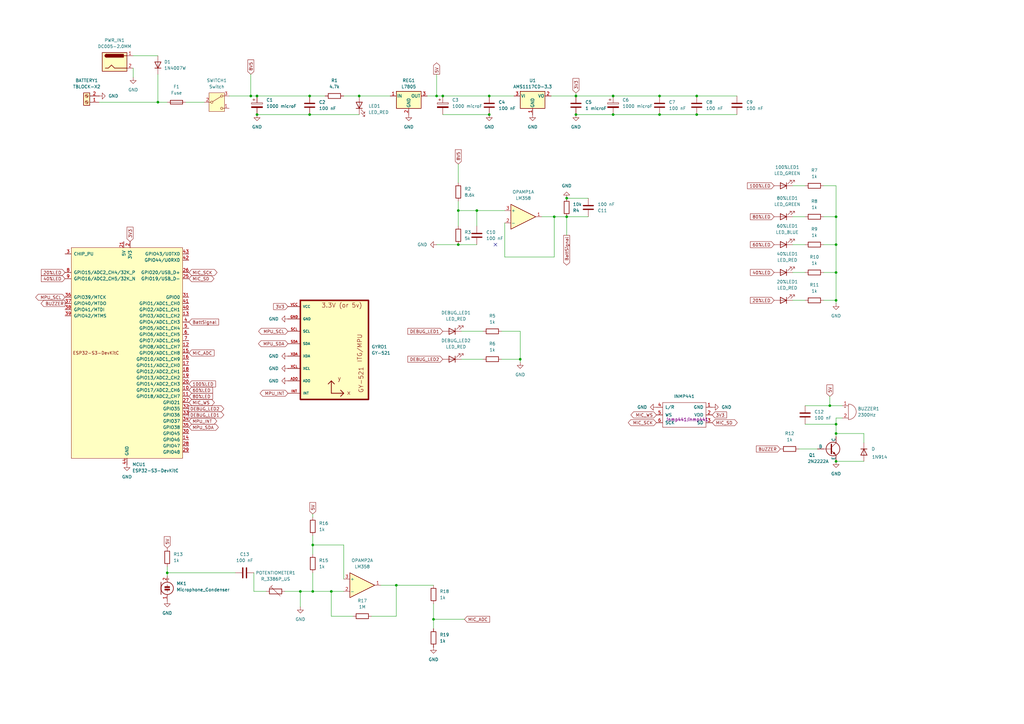
<source format=kicad_sch>
(kicad_sch (version 20231120) (generator "eeschema") (generator_version "8.0")
  (paper "A3")
  (lib_symbols
    (symbol "Amplifier_Operational:LM358" (pin_names (offset 0.127))
      (property "Reference" "U" (at 0 5.08 0))
      (property "Value" "LM358" (at 0 -5.08 0))
      (symbol "LM358_1_1"
        (pin output line (at 7.62 0 180) (length 2.54) (name "~") (number "1"))
        (pin input line (at -7.62 -2.54 0) (length 2.54) (name "-") (number "2"))
        (pin input line (at -7.62 2.54 0) (length 2.54) (name "+") (number "3"))
      )
      (symbol "LM358_2_1"
        (pin input line (at -7.62 2.54 0) (length 2.54) (name "+") (number "5"))
        (pin input line (at -7.62 -2.54 0) (length 2.54) (name "-") (number "6"))
        (pin output line (at 7.62 0 180) (length 2.54) (name "~") (number "7"))
      )
      (symbol "LM358_3_1"
        (pin power_in line (at -2.54 -7.62 90) (length 3.81) (name "V-") (number "4"))
        (pin power_in line (at -2.54 7.62 270) (length 3.81) (name "V+") (number "8"))
      )
    )
    (symbol "Connector:Barrel_Jack" (pin_names (offset 1.016))
      (property "Reference" "J" (at 0 5.334 0))
      (property "Value" "Barrel_Jack" (at 0 -5.08 0))
      (symbol "Barrel_Jack_1_1"
        (pin passive line (at 7.62 2.54 180) (length 2.54) (name "~") (number "1"))
        (pin passive line (at 7.62 -2.54 180) (length 2.54) (name "~") (number "2"))
      )
    )
    (symbol "Connector:Screw_Terminal_01x02" (pin_names (offset 1.016) hide)
      (property "Reference" "J" (at 0 2.54 0))
      (property "Value" "Screw_Terminal_01x02" (at 0 -5.08 0))
      (symbol "Screw_Terminal_01x02_1_1"
        (pin passive line (at -5.08 0 0) (length 3.81) (name "Pin_1") (number "1"))
        (pin passive line (at -5.08 -2.54 0) (length 3.81) (name "Pin_2") (number "2"))
      )
    )
    (symbol "Device:Buzzer" (pin_names (offset 0.0254) hide)
      (property "Reference" "BZ" (at 3.81 1.27 0))
      (property "Value" "Buzzer" (at 3.81 -1.27 0))
      (symbol "Buzzer_1_1"
        (pin passive line (at -2.54 2.54 0) (length 2.54) (name "+") (number "1"))
        (pin passive line (at -2.54 -2.54 0) (length 2.54) (name "-") (number "2"))
      )
    )
    (symbol "Device:C" (pin_numbers hide) (pin_names (offset 0.254))
      (property "Reference" "C" (at 0.635 2.54 0))
      (property "Value" "C" (at 0.635 -2.54 0))
      (symbol "C_1_1"
        (pin passive line (at 0 3.81 270) (length 2.794) (name "~") (number "1"))
        (pin passive line (at 0 -3.81 90) (length 2.794) (name "~") (number "2"))
      )
    )
    (symbol "Device:C_Polarized" (pin_numbers hide) (pin_names (offset 0.254))
      (property "Reference" "C" (at 0.635 2.54 0))
      (property "Value" "C_Polarized" (at 0.635 -2.54 0))
      (symbol "C_Polarized_1_1"
        (pin passive line (at 0 3.81 270) (length 2.794) (name "~") (number "1"))
        (pin passive line (at 0 -3.81 90) (length 2.794) (name "~") (number "2"))
      )
    )
    (symbol "Device:D" (pin_numbers hide) (pin_names (offset 1.016) hide)
      (property "Reference" "D" (at 0 2.54 0))
      (property "Value" "D" (at 0 -2.54 0))
      (symbol "D_1_1"
        (pin passive line (at -3.81 0 0) (length 2.54) (name "K") (number "1"))
        (pin passive line (at 3.81 0 180) (length 2.54) (name "A") (number "2"))
      )
    )
    (symbol "Device:Fuse" (pin_numbers hide) (pin_names (offset 0))
      (property "Reference" "F" (at 2.032 0 90))
      (property "Value" "Fuse" (at -1.905 0 90))
      (symbol "Fuse_1_1"
        (pin passive line (at 0 3.81 270) (length 1.27) (name "~") (number "1"))
        (pin passive line (at 0 -3.81 90) (length 1.27) (name "~") (number "2"))
      )
    )
    (symbol "Device:LED" (pin_numbers hide) (pin_names (offset 1.016) hide)
      (property "Reference" "D" (at 0 2.54 0))
      (property "Value" "LED" (at 0 -2.54 0))
      (symbol "LED_1_1"
        (pin passive line (at -3.81 0 0) (length 2.54) (name "K") (number "1"))
        (pin passive line (at 3.81 0 180) (length 2.54) (name "A") (number "2"))
      )
    )
    (symbol "Device:Microphone_Condenser" (pin_names (offset 0.0254) hide)
      (property "Reference" "MK" (at -3.302 1.27 0))
      (property "Value" "Microphone_Condenser" (at -3.302 -0.635 0))
      (symbol "Microphone_Condenser_1_1"
        (pin passive line (at 0 -5.08 90) (length 2.54) (name "-") (number "1"))
        (pin passive line (at 0 5.08 270) (length 2.54) (name "+") (number "2"))
      )
    )
    (symbol "Device:R" (pin_numbers hide) (pin_names (offset 0))
      (property "Reference" "R" (at 2.032 0 90))
      (property "Value" "R" (at 0 0 90))
      (symbol "R_1_1"
        (pin passive line (at 0 3.81 270) (length 1.27) (name "~") (number "1"))
        (pin passive line (at 0 -3.81 90) (length 1.27) (name "~") (number "2"))
      )
    )
    (symbol "Device:R_Trim" (pin_numbers hide) (pin_names (offset 0))
      (property "Reference" "R" (at 2.54 -2.54 90))
      (property "Value" "R_Trim" (at -2.54 -0.635 90))
      (symbol "R_Trim_1_1"
        (pin passive line (at 0 3.81 270) (length 1.27) (name "~") (number "1"))
        (pin passive line (at 0 -3.81 90) (length 1.27) (name "~") (number "2"))
      )
    )
    (symbol "Espressif:ESP32-S3-DevKitC" (pin_names (offset 1.016))
      (property "Reference" "U" (at -22.86 48.26 0))
      (property "Value" "ESP32-S3-DevKitC" (at -22.86 45.72 0))
      (symbol "ESP32-S3-DevKitC_0_0"
        (text "ESP32-S3-DevKitC" (at -12.7 0 0) (effects (font (size 1.27 1.27))))
        (pin bidirectional line (at 25.4 -35.56 180) (length 2.54) (name "GPIO46") (number "14"))
        (pin bidirectional line (at 25.4 -10.16 180) (length 2.54) (name "GPIO13/ADC2_CH2") (number "19"))
        (pin bidirectional line (at -25.4 15.24 0) (length 2.54) (name "GPIO42/MTMS") (number "39"))
        (pin bidirectional line (at 25.4 17.78 180) (length 2.54) (name "GPIO2/ADC1_CH1") (number "40"))
        (pin bidirectional line (at 25.4 20.32 180) (length 2.54) (name "GPIO1/ADC1_CH0") (number "41"))
        (pin bidirectional line (at 25.4 38.1 180) (length 2.54) (name "GPIO44/U0RXD") (number "42"))
        (pin bidirectional line (at 25.4 40.64 180) (length 2.54) (name "GPIO43/U0TXD") (number "43"))
        (pin power_in line (at 0 -45.72 90) (length 2.54) (name "GND") (number "44"))
      )
      (symbol "ESP32-S3-DevKitC_0_1"
        (pin power_in line (at 1.27 45.72 270) (length 2.54) (name "3V3") (number "2"))
      )
      (symbol "ESP32-S3-DevKitC_1_1"
        (pin passive line (at 1.27 45.72 270) (length 2.54) hide (name "3V3") (number "1"))
        (pin bidirectional line (at 25.4 -15.24 180) (length 2.54) (name "GPIO17/ADC2_CH6") (number "10"))
        (pin bidirectional line (at 25.4 -17.78 180) (length 2.54) (name "GPIO18/ADC2_CH7") (number "11"))
        (pin bidirectional line (at 25.4 2.54 180) (length 2.54) (name "GPIO8/ADC1_CH7") (number "12"))
        (pin bidirectional line (at 25.4 15.24 180) (length 2.54) (name "GPIO3/ADC1_CH2") (number "13"))
        (pin bidirectional line (at 25.4 0 180) (length 2.54) (name "GPIO9/ADC1_CH8") (number "15"))
        (pin bidirectional line (at 25.4 -2.54 180) (length 2.54) (name "GPIO10/ADC1_CH9") (number "16"))
        (pin bidirectional line (at 25.4 -5.08 180) (length 2.54) (name "GPIO11/ADC2_CH0") (number "17"))
        (pin bidirectional line (at 25.4 -7.62 180) (length 2.54) (name "GPIO12/ADC2_CH1") (number "18"))
        (pin bidirectional line (at 25.4 -12.7 180) (length 2.54) (name "GPIO14/ADC2_CH3") (number "20"))
        (pin power_in line (at -1.27 45.72 270) (length 2.54) (name "5V") (number "21"))
        (pin passive line (at 0 -45.72 90) (length 2.54) hide (name "GND") (number "22"))
        (pin passive line (at 0 -45.72 90) (length 2.54) hide (name "GND") (number "23"))
        (pin passive line (at 0 -45.72 90) (length 2.54) hide (name "GND") (number "24"))
        (pin bidirectional line (at 25.4 30.48 180) (length 2.54) (name "GPIO19/USB_D-") (number "25"))
        (pin bidirectional line (at 25.4 33.02 180) (length 2.54) (name "GPIO20/USB_D+") (number "26"))
        (pin bidirectional line (at 25.4 -20.32 180) (length 2.54) (name "GPIO21") (number "27"))
        (pin bidirectional line (at 25.4 -38.1 180) (length 2.54) (name "GPIO47") (number "28"))
        (pin bidirectional line (at 25.4 -40.64 180) (length 2.54) (name "GPIO48") (number "29"))
        (pin input line (at -25.4 40.64 0) (length 2.54) (name "CHIP_PU") (number "3"))
        (pin bidirectional line (at 25.4 -33.02 180) (length 2.54) (name "GPIO45") (number "30"))
        (pin bidirectional line (at 25.4 22.86 180) (length 2.54) (name "GPIO0") (number "31"))
        (pin bidirectional line (at 25.4 -22.86 180) (length 2.54) (name "GPIO35") (number "32"))
        (pin bidirectional line (at 25.4 -25.4 180) (length 2.54) (name "GPIO36") (number "33"))
        (pin bidirectional line (at 25.4 -27.94 180) (length 2.54) (name "GPIO37") (number "34"))
        (pin bidirectional line (at 25.4 -30.48 180) (length 2.54) (name "GPIO38") (number "35"))
        (pin bidirectional line (at -25.4 22.86 0) (length 2.54) (name "GPIO39/MTCK") (number "36"))
        (pin bidirectional line (at -25.4 20.32 0) (length 2.54) (name "GPIO40/MTDO") (number "37"))
        (pin bidirectional line (at -25.4 17.78 0) (length 2.54) (name "GPIO41/MTDI") (number "38"))
        (pin bidirectional line (at 25.4 12.7 180) (length 2.54) (name "GPIO4/ADC1_CH3") (number "4"))
        (pin bidirectional line (at 25.4 10.16 180) (length 2.54) (name "GPIO5/ADC1_CH4") (number "5"))
        (pin bidirectional line (at 25.4 7.62 180) (length 2.54) (name "GPIO6/ADC1_CH5") (number "6"))
        (pin bidirectional line (at 25.4 5.08 180) (length 2.54) (name "GPIO7/ADC1_CH6") (number "7"))
        (pin bidirectional line (at -25.4 33.02 0) (length 2.54) (name "GPIO15/ADC2_CH4/32K_P") (number "8"))
        (pin bidirectional line (at -25.4 30.48 0) (length 2.54) (name "GPIO16/ADC2_CH5/32K_N") (number "9"))
      )
    )
    (symbol "GY-521:GY-521" (pin_names (offset 1.016))
      (property "Reference" "U" (at 0 0 0))
      (property "Value" "GY-521" (at 0 0 0))
      (symbol "GY-521_0_0"
        (text "3.3V (or 5v)" (at -1.524 14.732 0) (effects (font (size 1.778 1.778)) (justify left bottom)))
        (text "GY-521" (at 13.716 -9.398 900) (effects (font (size 1.778 1.778)) (justify right top)))
        (text "ITG/MPU" (at 15.24 -7.62 900) (effects (font (size 1.778 1.778)) (justify left bottom)))
        (text "x" (at 8.89 -21.082 0) (effects (font (size 1.778 1.778)) (justify left bottom)))
        (text "y" (at 5.08 -15.24 0) (effects (font (size 1.778 1.778)) (justify left bottom)))
        (pin bidirectional line (at -15.24 -15.24 0) (length 5.08) (name "ADO") (number "ADO"))
        (pin bidirectional line (at -15.24 10.16 0) (length 5.08) (name "GND") (number "GND"))
        (pin bidirectional line (at -15.24 -20.32 0) (length 5.08) (name "INT") (number "INT"))
        (pin bidirectional line (at -15.24 5.08 0) (length 5.08) (name "SCL") (number "SCL"))
        (pin bidirectional line (at -15.24 0 0) (length 5.08) (name "SDA") (number "SDA"))
        (pin bidirectional line (at -15.24 15.24 0) (length 5.08) (name "VCC") (number "VCC"))
        (pin bidirectional line (at -15.24 -10.16 0) (length 5.08) (name "XCL") (number "XCL"))
        (pin bidirectional line (at -15.24 -5.08 0) (length 5.08) (name "XDA") (number "XDA"))
      )
    )
    (symbol "Regulator_Linear:AMS1117CD-3.3" (pin_names (offset 0.254))
      (property "Reference" "U" (at -3.81 3.175 0))
      (property "Value" "AMS1117CD-3.3" (at 0 3.175 0))
      (symbol "AMS1117CD-3.3_1_1"
        (pin power_in line (at 0 -7.62 90) (length 2.54) (name "GND") (number "1"))
        (pin power_out line (at 7.62 0 180) (length 2.54) (name "VO") (number "2"))
        (pin power_in line (at -7.62 0 0) (length 2.54) (name "VI") (number "3"))
      )
    )
    (symbol "Regulator_Linear:L7805" (pin_names (offset 0.254))
      (property "Reference" "U" (at -3.81 3.175 0))
      (property "Value" "L7805" (at 0 3.175 0))
      (symbol "L7805_1_1"
        (pin power_in line (at -7.62 0 0) (length 2.54) (name "IN") (number "1"))
        (pin power_in line (at 0 -7.62 90) (length 2.54) (name "GND") (number "2"))
        (pin power_out line (at 7.62 0 180) (length 2.54) (name "OUT") (number "3"))
      )
    )
    (symbol "Simulation_SPICE:NPN" (pin_numbers hide) (pin_names (offset 0))
      (property "Reference" "Q" (at -2.54 7.62 0))
      (property "Value" "NPN" (at -2.54 5.08 0))
      (symbol "NPN_1_1"
        (pin open_collector line (at 2.54 5.08 270) (length 2.54) (name "C") (number "1"))
        (pin input line (at -5.08 0 0) (length 2.54) (name "B") (number "2"))
        (pin open_emitter line (at 2.54 -5.08 90) (length 2.54) (name "E") (number "3"))
      )
    )
    (symbol "Switch:SW_Nidec_CAS-120A1" (pin_names (offset 1) hide)
      (property "Reference" "SW" (at 0 4.318 0))
      (property "Value" "SW_Nidec_CAS-120A1" (at 0 -5.08 0))
      (symbol "SW_Nidec_CAS-120A1_1_1"
        (pin passive line (at 5.08 -2.54 180) (length 2.54) (name "C") (number "1"))
        (pin passive line (at -5.08 0 0) (length 2.54) (name "B") (number "2"))
        (pin passive line (at 5.08 2.54 180) (length 2.54) (name "A") (number "3"))
      )
    )
    (symbol "inmp441:INMP441" (pin_names (offset 1.016))
      (property "Reference" "U" (at 0 0 0))
      (property "Value" "INMP441" (at 0 1.905 0))
      (symbol "INMP441_1_1"
        (pin power_out line (at 11.43 4.445 180) (length 2.54) (name "GND") (number "1"))
        (pin power_out line (at 11.43 1.27 180) (length 2.54) (name "VDD") (number "2"))
        (pin bidirectional line (at 11.43 -1.905 180) (length 2.54) (name "SD") (number "3"))
        (pin bidirectional line (at -11.43 4.445 0) (length 2.54) (name "L/R") (number "4"))
        (pin bidirectional line (at -11.43 1.27 0) (length 2.54) (name "WS") (number "5"))
        (pin bidirectional line (at -11.43 -1.905 0) (length 2.54) (name "SCK") (number "6"))
      )
    )
    (symbol "power:GND" (power) (pin_numbers hide) (pin_names (offset 0) hide)
      (property "Value" "GND" (at 0 -3.81 0))
      (symbol "GND_1_1"
        (pin power_in line (at 0 0 270) (length 0) (name "~") (number "1"))
      )
    )
  )
  (junction (at 342.9 100.33))
  (junction (at 232.41 81.28))
  (junction (at 270.51 46.99))
  (junction (at 162.56 240.03))
  (junction (at 342.9 177.8))
  (junction (at 135.89 242.57))
  (junction (at 342.9 189.23))
  (junction (at 342.9 123.19))
  (junction (at 179.07 39.37))
  (junction (at 236.22 46.99))
  (junction (at 227.33 88.9))
  (junction (at 200.66 39.37))
  (junction (at 195.58 86.36))
  (junction (at 187.96 86.36))
  (junction (at 105.41 46.99))
  (junction (at 200.66 46.99))
  (junction (at 127 46.99))
  (junction (at 177.8 254))
  (junction (at 147.32 39.37))
  (junction (at 128.27 223.52))
  (junction (at 342.9 111.76))
  (junction (at 285.75 46.99))
  (junction (at 342.9 88.9))
  (junction (at 342.9 173.99))
  (junction (at 68.58 234.95))
  (junction (at 128.27 242.57))
  (junction (at 64.77 41.91))
  (junction (at 285.75 39.37))
  (junction (at 187.96 100.33))
  (junction (at 213.36 147.32))
  (junction (at 105.41 39.37))
  (junction (at 251.46 46.99))
  (junction (at 123.19 242.57))
  (junction (at 270.51 39.37))
  (junction (at 127 39.37))
  (junction (at 340.36 166.37))
  (junction (at 251.46 39.37))
  (junction (at 181.61 39.37))
  (junction (at 232.41 88.9))
  (junction (at 236.22 39.37))
  (junction (at 102.87 39.37))
  (no_connect (at 203.2 100.33))
  (wire (pts (xy 342.9 123.19) (xy 342.9 124.46)))
  (wire (pts (xy 128.27 242.57) (xy 135.89 242.57)))
  (wire (pts (xy 187.96 82.55) (xy 187.96 86.36)))
  (wire (pts (xy 342.9 189.23) (xy 354.33 189.23)))
  (wire (pts (xy 68.58 234.95) (xy 68.58 236.22)))
  (wire (pts (xy 342.9 177.8) (xy 342.9 179.07)))
  (wire (pts (xy 144.78 252.73) (xy 135.89 252.73)))
  (wire (pts (xy 337.82 100.33) (xy 342.9 100.33)))
  (wire (pts (xy 102.87 39.37) (xy 105.41 39.37)))
  (wire (pts (xy 205.74 135.89) (xy 213.36 135.89)))
  (wire (pts (xy 207.01 91.44) (xy 207.01 105.41)))
  (wire (pts (xy 226.06 39.37) (xy 236.22 39.37)))
  (wire (pts (xy 342.9 173.99) (xy 342.9 177.8)))
  (wire (pts (xy 187.96 67.31) (xy 187.96 74.93)))
  (wire (pts (xy 270.51 39.37) (xy 285.75 39.37)))
  (wire (pts (xy 116.84 242.57) (xy 123.19 242.57)))
  (wire (pts (xy 213.36 135.89) (xy 213.36 147.32)))
  (wire (pts (xy 128.27 223.52) (xy 128.27 227.33)))
  (wire (pts (xy 127 39.37) (xy 133.35 39.37)))
  (wire (pts (xy 179.07 100.33) (xy 187.96 100.33)))
  (wire (pts (xy 195.58 86.36) (xy 207.01 86.36)))
  (wire (pts (xy 325.12 111.76) (xy 330.2 111.76)))
  (wire (pts (xy 342.9 88.9) (xy 342.9 100.33)))
  (wire (pts (xy 195.58 86.36) (xy 187.96 86.36)))
  (wire (pts (xy 105.41 39.37) (xy 127 39.37)))
  (wire (pts (xy 175.26 39.37) (xy 179.07 39.37)))
  (wire (pts (xy 179.07 39.37) (xy 181.61 39.37)))
  (wire (pts (xy 104.14 242.57) (xy 104.14 234.95)))
  (wire (pts (xy 205.74 147.32) (xy 213.36 147.32)))
  (wire (pts (xy 156.21 240.03) (xy 162.56 240.03)))
  (wire (pts (xy 337.82 76.2) (xy 342.9 76.2)))
  (wire (pts (xy 325.12 100.33) (xy 330.2 100.33)))
  (wire (pts (xy 195.58 92.71) (xy 195.58 86.36)))
  (wire (pts (xy 189.23 135.89) (xy 198.12 135.89)))
  (wire (pts (xy 340.36 166.37) (xy 345.44 166.37)))
  (wire (pts (xy 68.58 234.95) (xy 96.52 234.95)))
  (wire (pts (xy 187.96 86.36) (xy 187.96 92.71)))
  (wire (pts (xy 177.8 254) (xy 177.8 257.81)))
  (wire (pts (xy 342.9 111.76) (xy 342.9 123.19)))
  (wire (pts (xy 327.66 184.15) (xy 335.28 184.15)))
  (wire (pts (xy 135.89 242.57) (xy 140.97 242.57)))
  (wire (pts (xy 227.33 88.9) (xy 232.41 88.9)))
  (wire (pts (xy 123.19 248.92) (xy 123.19 242.57)))
  (wire (pts (xy 76.2 41.91) (xy 83.82 41.91)))
  (wire (pts (xy 147.32 39.37) (xy 160.02 39.37)))
  (wire (pts (xy 213.36 147.32) (xy 213.36 148.59)))
  (wire (pts (xy 64.77 30.48) (xy 64.77 41.91)))
  (wire (pts (xy 200.66 39.37) (xy 210.82 39.37)))
  (wire (pts (xy 227.33 105.41) (xy 207.01 105.41)))
  (wire (pts (xy 40.64 41.91) (xy 64.77 41.91)))
  (wire (pts (xy 140.97 237.49) (xy 140.97 223.52)))
  (wire (pts (xy 187.96 100.33) (xy 195.58 100.33)))
  (wire (pts (xy 128.27 219.71) (xy 128.27 223.52)))
  (wire (pts (xy 236.22 38.1) (xy 236.22 39.37)))
  (wire (pts (xy 251.46 39.37) (xy 270.51 39.37)))
  (wire (pts (xy 222.25 88.9) (xy 227.33 88.9)))
  (wire (pts (xy 354.33 177.8) (xy 342.9 177.8)))
  (wire (pts (xy 354.33 181.61) (xy 354.33 177.8)))
  (wire (pts (xy 152.4 252.73) (xy 162.56 252.73)))
  (wire (pts (xy 162.56 252.73) (xy 162.56 240.03)))
  (wire (pts (xy 337.82 123.19) (xy 342.9 123.19)))
  (wire (pts (xy 123.19 242.57) (xy 128.27 242.57)))
  (wire (pts (xy 236.22 39.37) (xy 251.46 39.37)))
  (wire (pts (xy 342.9 173.99) (xy 342.9 171.45)))
  (wire (pts (xy 330.2 166.37) (xy 340.36 166.37)))
  (wire (pts (xy 325.12 76.2) (xy 330.2 76.2)))
  (wire (pts (xy 342.9 76.2) (xy 342.9 88.9)))
  (wire (pts (xy 105.41 46.99) (xy 127 46.99)))
  (wire (pts (xy 236.22 46.99) (xy 251.46 46.99)))
  (wire (pts (xy 181.61 39.37) (xy 200.66 39.37)))
  (wire (pts (xy 93.98 39.37) (xy 102.87 39.37)))
  (wire (pts (xy 179.07 30.48) (xy 179.07 39.37)))
  (wire (pts (xy 64.77 41.91) (xy 68.58 41.91)))
  (wire (pts (xy 342.9 171.45) (xy 345.44 171.45)))
  (wire (pts (xy 54.61 27.94) (xy 54.61 31.75)))
  (wire (pts (xy 337.82 111.76) (xy 342.9 111.76)))
  (wire (pts (xy 270.51 46.99) (xy 285.75 46.99)))
  (wire (pts (xy 177.8 247.65) (xy 177.8 254)))
  (wire (pts (xy 140.97 39.37) (xy 147.32 39.37)))
  (wire (pts (xy 135.89 252.73) (xy 135.89 242.57)))
  (wire (pts (xy 285.75 39.37) (xy 302.26 39.37)))
  (wire (pts (xy 128.27 242.57) (xy 128.27 234.95)))
  (wire (pts (xy 162.56 240.03) (xy 177.8 240.03)))
  (wire (pts (xy 102.87 30.48) (xy 102.87 39.37)))
  (wire (pts (xy 109.22 242.57) (xy 104.14 242.57)))
  (wire (pts (xy 227.33 88.9) (xy 227.33 105.41)))
  (wire (pts (xy 140.97 223.52) (xy 128.27 223.52)))
  (wire (pts (xy 251.46 46.99) (xy 270.51 46.99)))
  (wire (pts (xy 68.58 232.41) (xy 68.58 234.95)))
  (wire (pts (xy 177.8 254) (xy 190.5 254)))
  (wire (pts (xy 340.36 162.56) (xy 340.36 166.37)))
  (wire (pts (xy 325.12 88.9) (xy 330.2 88.9)))
  (wire (pts (xy 54.61 22.86) (xy 64.77 22.86)))
  (wire (pts (xy 232.41 88.9) (xy 241.3 88.9)))
  (wire (pts (xy 232.41 96.52) (xy 232.41 88.9)))
  (wire (pts (xy 337.82 88.9) (xy 342.9 88.9)))
  (wire (pts (xy 285.75 46.99) (xy 302.26 46.99)))
  (wire (pts (xy 128.27 210.82) (xy 128.27 212.09)))
  (wire (pts (xy 325.12 123.19) (xy 330.2 123.19)))
  (wire (pts (xy 127 46.99) (xy 147.32 46.99)))
  (wire (pts (xy 189.23 147.32) (xy 198.12 147.32)))
  (wire (pts (xy 232.41 81.28) (xy 241.3 81.28)))
  (wire (pts (xy 342.9 100.33) (xy 342.9 111.76)))
  (wire (pts (xy 330.2 173.99) (xy 342.9 173.99)))
  (wire (pts (xy 181.61 46.99) (xy 200.66 46.99)))
  (global_label "BattSignal" (shape output) (at 232.41 96.52 270) (property "Intersheetrefs" "${INTERSHEET_REFS}" (effects (hide yes))))
  (global_label "DEBUG_LED1" (shape input) (at 181.61 135.89 180) (property "Intersheetrefs" "${INTERSHEET_REFS}" (effects (hide yes))))
  (global_label "MPU_INT" (shape bidirectional) (at 77.47 172.72 0) (property "Intersheetrefs" "${INTERSHEET_REFS}" (effects (hide yes))))
  (global_label "MPU_INT" (shape bidirectional) (at 118.11 161.29 180) (property "Intersheetrefs" "${INTERSHEET_REFS}" (effects (hide yes))))
  (global_label "5V" (shape output) (at 179.07 30.48 90) (property "Intersheetrefs" "${INTERSHEET_REFS}" (effects (hide yes))))
  (global_label "DEBUG_LED2" (shape input) (at 181.61 147.32 180) (property "Intersheetrefs" "${INTERSHEET_REFS}" (effects (hide yes))))
  (global_label "3V3" (shape input) (at 292.1 170.18 0) (property "Intersheetrefs" "${INTERSHEET_REFS}" (effects (hide yes))))
  (global_label "80%LED" (shape input) (at 317.5 88.9 180) (property "Intersheetrefs" "${INTERSHEET_REFS}" (effects (hide yes))))
  (global_label "3V3" (shape input) (at 118.11 125.73 180) (property "Intersheetrefs" "${INTERSHEET_REFS}" (effects (hide yes))))
  (global_label "BUZZER" (shape output) (at 26.67 124.46 180) (property "Intersheetrefs" "${INTERSHEET_REFS}" (effects (hide yes))))
  (global_label "60%LED" (shape input) (at 317.5 100.33 180) (property "Intersheetrefs" "${INTERSHEET_REFS}" (effects (hide yes))))
  (global_label "5V" (shape input) (at 340.36 162.56 90) (property "Intersheetrefs" "${INTERSHEET_REFS}" (effects (hide yes))))
  (global_label "20%LED" (shape input) (at 26.67 111.76 180) (property "Intersheetrefs" "${INTERSHEET_REFS}" (effects (hide yes))))
  (global_label "MIC_SD" (shape bidirectional) (at 292.1 173.355 0) (property "Intersheetrefs" "${INTERSHEET_REFS}" (effects (hide yes))))
  (global_label "8V5" (shape input) (at 102.87 30.48 90) (property "Intersheetrefs" "${INTERSHEET_REFS}" (effects (hide yes))))
  (global_label "100%LED" (shape input) (at 317.5 76.2 180) (property "Intersheetrefs" "${INTERSHEET_REFS}" (effects (hide yes))))
  (global_label "MPU_SCL" (shape bidirectional) (at 118.11 135.89 180) (property "Intersheetrefs" "${INTERSHEET_REFS}" (effects (hide yes))))
  (global_label "DEBUG_LED2" (shape output) (at 77.47 167.64 0) (property "Intersheetrefs" "${INTERSHEET_REFS}" (effects (hide yes))))
  (global_label "MIC_SCK" (shape bidirectional) (at 77.47 111.76 0) (property "Intersheetrefs" "${INTERSHEET_REFS}" (effects (hide yes))))
  (global_label "5V" (shape input) (at 68.58 224.79 90) (property "Intersheetrefs" "${INTERSHEET_REFS}" (effects (hide yes))))
  (global_label "5V" (shape input) (at 128.27 210.82 90) (property "Intersheetrefs" "${INTERSHEET_REFS}" (effects (hide yes))))
  (global_label "40%LED" (shape input) (at 26.67 114.3 180) (property "Intersheetrefs" "${INTERSHEET_REFS}" (effects (hide yes))))
  (global_label "MPU_SDA" (shape bidirectional) (at 118.11 140.97 180) (property "Intersheetrefs" "${INTERSHEET_REFS}" (effects (hide yes))))
  (global_label "8V5" (shape input) (at 187.96 67.31 90) (property "Intersheetrefs" "${INTERSHEET_REFS}" (effects (hide yes))))
  (global_label "BattSignal" (shape input) (at 77.47 132.08 0) (property "Intersheetrefs" "${INTERSHEET_REFS}" (effects (hide yes))))
  (global_label "MIC_ADC" (shape input) (at 77.47 144.78 0) (property "Intersheetrefs" "${INTERSHEET_REFS}" (effects (hide yes))))
  (global_label "40%LED" (shape input) (at 317.5 111.76 180) (property "Intersheetrefs" "${INTERSHEET_REFS}" (effects (hide yes))))
  (global_label "MIC_SD" (shape bidirectional) (at 77.47 114.3 0) (property "Intersheetrefs" "${INTERSHEET_REFS}" (effects (hide yes))))
  (global_label "20%LED" (shape input) (at 317.5 123.19 180) (property "Intersheetrefs" "${INTERSHEET_REFS}" (effects (hide yes))))
  (global_label "MPU_SDA" (shape bidirectional) (at 77.47 175.26 0) (property "Intersheetrefs" "${INTERSHEET_REFS}" (effects (hide yes))))
  (global_label "100%LED" (shape input) (at 77.47 157.48 0) (property "Intersheetrefs" "${INTERSHEET_REFS}" (effects (hide yes))))
  (global_label "MIC_SCK" (shape bidirectional) (at 269.24 173.355 180) (property "Intersheetrefs" "${INTERSHEET_REFS}" (effects (hide yes))))
  (global_label "MIC_WS" (shape bidirectional) (at 269.24 170.18 180) (property "Intersheetrefs" "${INTERSHEET_REFS}" (effects (hide yes))))
  (global_label "MIC_ADC" (shape input) (at 190.5 254 0) (property "Intersheetrefs" "${INTERSHEET_REFS}" (effects (hide yes))))
  (global_label "3V3" (shape input) (at 53.34 99.06 90) (property "Intersheetrefs" "${INTERSHEET_REFS}" (effects (hide yes))))
  (global_label "60%LED" (shape input) (at 77.47 160.02 0) (property "Intersheetrefs" "${INTERSHEET_REFS}" (effects (hide yes))))
  (global_label "MPU_SCL" (shape bidirectional) (at 26.67 121.92 180) (property "Intersheetrefs" "${INTERSHEET_REFS}" (effects (hide yes))))
  (global_label "80%LED" (shape input) (at 77.47 162.56 0) (property "Intersheetrefs" "${INTERSHEET_REFS}" (effects (hide yes))))
  (global_label "DEBUG_LED1" (shape output) (at 77.47 170.18 0) (property "Intersheetrefs" "${INTERSHEET_REFS}" (effects (hide yes))))
  (global_label "3V3" (shape input) (at 236.22 38.1 90) (property "Intersheetrefs" "${INTERSHEET_REFS}" (effects (hide yes))))
  (global_label "BUZZER" (shape input) (at 320.04 184.15 180) (property "Intersheetrefs" "${INTERSHEET_REFS}" (effects (hide yes))))
  (global_label "MIC_WS" (shape bidirectional) (at 77.47 165.1 0) (property "Intersheetrefs" "${INTERSHEET_REFS}" (effects (hide yes))))
  (symbol (lib_id "power:GND") (at 118.11 130.81 270) (unit 1)
    (property "Reference" "#PWR07" (effects (hide yes)))
    (property "Value" "GND" (at 114.3 130.8099 90) (effects (justify right)))
    (property "Description" "Power symbol creates a global label with name \"GND\" , ground" (effects (hide yes)))
  )
  (symbol (lib_id "Device:D") (at 64.77 26.67 90) (unit 1)
    (property "Reference" "D1" (at 67.31 25.3999 90) (effects (justify right)))
    (property "Value" "1N4007W" (at 67.31 27.9399 90) (effects (justify right)))
    (property "Footprint" "Diode_SMD:D_1206_3216Metric_Pad1.42x1.75mm_HandSolder" (effects (hide yes)))
    (property "Description" "Diode" (effects (hide yes)))
    (property "Sim.Device" "D" (effects (hide yes)))
    (property "Sim.Pins" "1=K 2=A" (effects (hide yes)))
  )
  (symbol (lib_id "Device:R") (at 201.93 147.32 90) (unit 1)
    (property "Reference" "R6" (at 201.93 140.97 90))
    (property "Value" "1k" (at 201.93 143.51 90))
    (property "Footprint" "Resistor_THT:R_Axial_DIN0204_L3.6mm_D1.6mm_P7.62mm_Horizontal" (effects (hide yes)))
    (property "Description" "Resistor" (effects (hide yes)))
  )
  (symbol (lib_id "Device:C") (at 330.2 170.18 0) (unit 1)
    (property "Reference" "C12" (at 334.01 168.9099 0) (effects (justify left)))
    (property "Value" "100 nF" (at 334.01 171.4499 0) (effects (justify left)))
    (property "Footprint" "Capacitor_THT:C_Axial_L3.8mm_D2.6mm_P7.50mm_Horizontal" (effects (hide yes)))
    (property "Description" "Unpolarized capacitor" (effects (hide yes)))
  )
  (symbol (lib_id "Connector:Barrel_Jack") (at 46.99 25.4 0) (unit 1)
    (property "Reference" "PWR_IN1" (at 46.99 16.51 0))
    (property "Value" "DC005-2.0MM" (at 46.99 19.05 0))
    (property "Footprint" "Connector_BarrelJack:BarrelJack_Horizontal" (effects (hide yes)))
    (property "Description" "DC Barrel Jack" (effects (hide yes)))
  )
  (symbol (lib_id "Device:C") (at 127 43.18 0) (unit 1)
    (property "Reference" "C2" (at 130.81 41.9099 0) (effects (justify left)))
    (property "Value" "100 nF" (at 130.81 44.4499 0) (effects (justify left)))
    (property "Footprint" "Capacitor_THT:C_Axial_L3.8mm_D2.6mm_P7.50mm_Horizontal" (effects (hide yes)))
    (property "Description" "Unpolarized capacitor" (effects (hide yes)))
  )
  (symbol (lib_id "power:GND") (at 218.44 46.99 0) (unit 1)
    (property "Reference" "#PWR02" (effects (hide yes)))
    (property "Value" "GND" (at 218.44 52.07 0))
    (property "Description" "Power symbol creates a global label with name \"GND\" , ground" (effects (hide yes)))
  )
  (symbol (lib_id "Device:R") (at 128.27 215.9 180) (unit 1)
    (property "Reference" "R16" (at 130.81 214.6299 0) (effects (justify right)))
    (property "Value" "1k" (at 130.81 217.1699 0) (effects (justify right)))
    (property "Footprint" "Resistor_THT:R_Axial_DIN0204_L3.6mm_D1.6mm_P7.62mm_Horizontal" (effects (hide yes)))
    (property "Description" "Resistor" (effects (hide yes)))
  )
  (symbol (lib_id "Simulation_SPICE:NPN") (at 340.36 184.15 0) (unit 1)
    (property "Reference" "Q1" (at 331.724 186.69 0) (effects (justify left)))
    (property "Value" "2N2222A" (at 331.216 189.23 0) (effects (justify left)))
    (property "Footprint" "Package_TO_SOT_THT:TO-92" (effects (hide yes)))
    (property "Datasheet" "https://ngspice.sourceforge.io/docs/ngspice-html-manual/manual.xhtml#cha_BJTs" (effects (hide yes)))
    (property "Description" "Bipolar transistor symbol for simulation only, substrate tied to the emitter" (effects (hide yes)))
    (property "Sim.Device" "NPN" (effects (hide yes)))
    (property "Sim.Type" "GUMMELPOON" (effects (hide yes)))
    (property "Sim.Pins" "1=C 2=B 3=E" (effects (hide yes)))
  )
  (symbol (lib_id "Device:LED") (at 185.42 147.32 180) (unit 1)
    (property "Reference" "DEBUG_LED2" (at 187.0075 139.7 0))
    (property "Value" "LED_RED" (at 187.0075 142.24 0))
    (property "Footprint" "LED_THT:LED_D3.0mm" (effects (hide yes)))
    (property "Description" "Light emitting diode" (effects (hide yes)))
  )
  (symbol (lib_id "Device:LED") (at 147.32 43.18 90) (unit 1)
    (property "Reference" "LED1" (at 151.13 43.4974 90) (effects (justify right)))
    (property "Value" "LED_RED" (at 151.13 46.0374 90) (effects (justify right)))
    (property "Footprint" "LED_THT:LED_D3.0mm" (effects (hide yes)))
    (property "Description" "Light emitting diode" (effects (hide yes)))
  )
  (symbol (lib_id "power:GND") (at 213.36 148.59 0) (unit 1)
    (property "Reference" "#PWR017" (effects (hide yes)))
    (property "Value" "GND" (at 213.36 153.67 0))
    (property "Description" "Power symbol creates a global label with name \"GND\" , ground" (effects (hide yes)))
  )
  (symbol (lib_id "power:GND") (at 123.19 248.92 0) (unit 1)
    (property "Reference" "#PWR021" (effects (hide yes)))
    (property "Value" "GND" (at 123.19 254 0))
    (property "Description" "Power symbol creates a global label with name \"GND\" , ground" (effects (hide yes)))
  )
  (symbol (lib_id "Device:C") (at 200.66 43.18 0) (unit 1)
    (property "Reference" "C4" (at 204.47 41.9099 0) (effects (justify left)))
    (property "Value" "100 nF" (at 204.47 44.4499 0) (effects (justify left)))
    (property "Footprint" "Capacitor_THT:C_Axial_L3.8mm_D2.6mm_P7.50mm_Horizontal" (effects (hide yes)))
    (property "Description" "Unpolarized capacitor" (effects (hide yes)))
  )
  (symbol (lib_id "Device:R") (at 232.41 85.09 0) (mirror y) (unit 1)
    (property "Reference" "R4" (at 234.95 86.3601 0) (effects (justify right)))
    (property "Value" "10k" (at 234.95 83.8201 0) (effects (justify right)))
    (property "Footprint" "Resistor_THT:R_Axial_DIN0207_L6.3mm_D2.5mm_P7.62mm_Horizontal" (effects (hide yes)))
    (property "Description" "Resistor" (effects (hide yes)))
  )
  (symbol (lib_id "power:GND") (at 118.11 156.21 270) (unit 1)
    (property "Reference" "#PWR04" (effects (hide yes)))
    (property "Value" "GND" (at 114.3 156.2099 90) (effects (justify right)))
    (property "Description" "Power symbol creates a global label with name \"GND\" , ground" (effects (hide yes)))
  )
  (symbol (lib_id "power:GND") (at 54.61 31.75 0) (unit 1)
    (property "Reference" "#PWR01" (effects (hide yes)))
    (property "Value" "GND" (at 54.61 36.83 0))
    (property "Description" "Power symbol creates a global label with name \"GND\" , ground" (effects (hide yes)))
  )
  (symbol (lib_id "Device:R") (at 148.59 252.73 270) (unit 1)
    (property "Reference" "R17" (at 148.59 246.38 90))
    (property "Value" "1M" (at 148.59 248.92 90))
    (property "Footprint" "Resistor_THT:R_Axial_DIN0204_L3.6mm_D1.6mm_P7.62mm_Horizontal" (effects (hide yes)))
    (property "Description" "Resistor" (effects (hide yes)))
  )
  (symbol (lib_id "Device:R") (at 187.96 96.52 180) (unit 1)
    (property "Reference" "R3" (at 190.5 95.2499 0) (effects (justify right)))
    (property "Value" "5k" (at 190.5 97.7899 0) (effects (justify right)))
    (property "Footprint" "Resistor_THT:R_Axial_DIN0207_L6.3mm_D2.5mm_P7.62mm_Horizontal" (effects (hide yes)))
    (property "Description" "Resistor" (effects (hide yes)))
  )
  (symbol (lib_id "Device:R") (at 334.01 88.9 90) (unit 1)
    (property "Reference" "R8" (at 334.01 82.55 90))
    (property "Value" "1k" (at 334.01 85.09 90))
    (property "Footprint" "Resistor_THT:R_Axial_DIN0207_L6.3mm_D2.5mm_P7.62mm_Horizontal" (effects (hide yes)))
    (property "Description" "Resistor" (effects (hide yes)))
  )
  (symbol (lib_id "Device:R") (at 334.01 123.19 90) (unit 1)
    (property "Reference" "R11" (at 334.01 116.84 90))
    (property "Value" "1k" (at 334.01 119.38 90))
    (property "Footprint" "Resistor_THT:R_Axial_DIN0204_L3.6mm_D1.6mm_P7.62mm_Horizontal" (effects (hide yes)))
    (property "Description" "Resistor" (effects (hide yes)))
  )
  (symbol (lib_id "Device:R_Trim") (at 113.03 242.57 90) (unit 1)
    (property "Reference" "POTENTIOMETER1" (at 113.03 234.95 90))
    (property "Value" "R_3386P_US" (at 113.03 237.49 90))
    (property "Footprint" "Potentiometer_THT:Potentiometer_Bourns_3386P_Vertical" (effects (hide yes)))
    (property "Description" "Trimmable resistor (preset resistor)" (effects (hide yes)))
  )
  (symbol (lib_id "Device:LED") (at 321.31 76.2 180) (unit 1)
    (property "Reference" "100%LED1" (at 322.8975 68.58 0))
    (property "Value" "LED_GREEN" (at 322.8975 71.12 0))
    (property "Footprint" "LED_THT:LED_D3.0mm_Clear" (effects (hide yes)))
    (property "Description" "Light emitting diode" (effects (hide yes)))
  )
  (symbol (lib_id "power:GND") (at 105.41 46.99 0) (unit 1)
    (property "Reference" "#PWR011" (effects (hide yes)))
    (property "Value" "GND" (at 105.41 52.07 0))
    (property "Description" "Power symbol creates a global label with name \"GND\" , ground" (effects (hide yes)))
  )
  (symbol (lib_id "Switch:SW_Nidec_CAS-120A1") (at 88.9 41.91 0) (unit 1)
    (property "Reference" "SWITCH1" (at 88.9 33.02 0))
    (property "Value" "Switch" (at 88.9 35.56 0))
    (property "Footprint" "Button_Switch_THT:SW_Slide_SPDT_Straight_CK_OS102011MS2Q" (effects (hide yes)))
    (property "Datasheet" "https://www.nidec-components.com/e/catalog/switch/cas.pdf" (effects (hide yes)))
    (property "Description" "Switch, single pole double throw" (effects (hide yes)))
  )
  (symbol (lib_id "Device:LED") (at 185.42 135.89 180) (unit 1)
    (property "Reference" "DEBUG_LED1" (at 187.0075 128.27 0))
    (property "Value" "LED_RED" (at 187.0075 130.81 0))
    (property "Footprint" "LED_THT:LED_D3.0mm" (effects (hide yes)))
    (property "Description" "Light emitting diode" (effects (hide yes)))
  )
  (symbol (lib_id "power:GND") (at 342.9 189.23 0) (unit 1)
    (property "Reference" "#PWR019" (effects (hide yes)))
    (property "Value" "GND" (at 342.9 194.31 0))
    (property "Description" "Power symbol creates a global label with name \"GND\" , ground" (effects (hide yes)))
  )
  (symbol (lib_id "Device:LED") (at 321.31 100.33 180) (unit 1)
    (property "Reference" "60%LED1" (at 322.8975 92.71 0))
    (property "Value" "LED_BLUE" (at 322.8975 95.25 0))
    (property "Footprint" "LED_THT:LED_D3.0mm_Clear" (effects (hide yes)))
    (property "Description" "Light emitting diode" (effects (hide yes)))
  )
  (symbol (lib_id "Device:C") (at 236.22 43.18 0) (unit 1)
    (property "Reference" "C5" (at 240.03 41.9099 0) (effects (justify left)))
    (property "Value" "1 microF" (at 240.03 44.4499 0) (effects (justify left)))
    (property "Footprint" "Capacitor_THT:C_Axial_L3.8mm_D2.6mm_P7.50mm_Horizontal" (effects (hide yes)))
    (property "Description" "Unpolarized capacitor" (effects (hide yes)))
  )
  (symbol (lib_id "Device:R") (at 177.8 243.84 180) (unit 1)
    (property "Reference" "R18" (at 180.34 242.5699 0) (effects (justify right)))
    (property "Value" "1k" (at 180.34 245.1099 0) (effects (justify right)))
    (property "Footprint" "Resistor_THT:R_Axial_DIN0204_L3.6mm_D1.6mm_P7.62mm_Horizontal" (effects (hide yes)))
    (property "Description" "Resistor" (effects (hide yes)))
  )
  (symbol (lib_id "Device:R") (at 128.27 231.14 180) (unit 1)
    (property "Reference" "R15" (at 130.81 229.8699 0) (effects (justify right)))
    (property "Value" "1k" (at 130.81 232.4099 0) (effects (justify right)))
    (property "Footprint" "Resistor_THT:R_Axial_DIN0204_L3.6mm_D1.6mm_P7.62mm_Horizontal" (effects (hide yes)))
    (property "Description" "Resistor" (effects (hide yes)))
  )
  (symbol (lib_id "Device:R") (at 68.58 228.6 180) (unit 1)
    (property "Reference" "R13" (at 71.12 227.3299 0) (effects (justify right)))
    (property "Value" "1k" (at 71.12 229.8699 0) (effects (justify right)))
    (property "Footprint" "Resistor_THT:R_Axial_DIN0204_L3.6mm_D1.6mm_P7.62mm_Horizontal" (effects (hide yes)))
    (property "Description" "Resistor" (effects (hide yes)))
  )
  (symbol (lib_id "Connector:Screw_Terminal_01x02") (at 35.56 41.91 180) (unit 1)
    (property "Reference" "BATTERY1" (at 35.56 33.02 0))
    (property "Value" "TBLOCK-X2" (at 35.56 35.56 0))
    (property "Footprint" "TerminalBlock:TerminalBlock_bornier-2_P5.08mm" (effects (hide yes)))
    (property "Description" "Generic screw terminal, single row, 01x02, script generated (kicad-library-utils/schlib/autogen/connector/)" (effects (hide yes)))
  )
  (symbol (lib_id "power:GND") (at 52.07 190.5 0) (unit 1)
    (property "Reference" "#PWR03" (effects (hide yes)))
    (property "Value" "GND" (at 52.07 195.58 0))
    (property "Description" "Power symbol creates a global label with name \"GND\" , ground" (effects (hide yes)))
  )
  (symbol (lib_id "Device:C_Polarized") (at 181.61 43.18 0) (unit 1)
    (property "Reference" "C3" (at 185.42 41.0209 0) (effects (justify left)))
    (property "Value" "1000 microF" (at 185.42 43.5609 0) (effects (justify left)))
    (property "Footprint" "Capacitor_THT:CP_Axial_L10.0mm_D4.5mm_P15.00mm_Horizontal" (effects (hide yes)))
    (property "Description" "Polarized capacitor" (effects (hide yes)))
  )
  (symbol (lib_id "Device:R") (at 177.8 261.62 180) (unit 1)
    (property "Reference" "R19" (at 180.34 260.3499 0) (effects (justify right)))
    (property "Value" "1k" (at 180.34 262.8899 0) (effects (justify right)))
    (property "Footprint" "Resistor_THT:R_Axial_DIN0204_L3.6mm_D1.6mm_P7.62mm_Horizontal" (effects (hide yes)))
    (property "Description" "Resistor" (effects (hide yes)))
  )
  (symbol (lib_id "power:GND") (at 118.11 151.13 270) (unit 1)
    (property "Reference" "#PWR05" (effects (hide yes)))
    (property "Value" "GND" (at 114.3 151.1299 90) (effects (justify right)))
    (property "Description" "Power symbol creates a global label with name \"GND\" , ground" (effects (hide yes)))
  )
  (symbol (lib_id "Device:R") (at 334.01 100.33 90) (unit 1)
    (property "Reference" "R9" (at 334.01 93.98 90))
    (property "Value" "1k" (at 334.01 96.52 90))
    (property "Footprint" "Resistor_THT:R_Axial_DIN0207_L6.3mm_D2.5mm_P7.62mm_Horizontal" (effects (hide yes)))
    (property "Description" "Resistor" (effects (hide yes)))
  )
  (symbol (lib_id "Device:D") (at 354.33 185.42 270) (unit 1)
    (property "Reference" "1N914" (at 363.982 187.452 90) (effects (justify right)))
    (property "Value" "D" (at 358.902 184.15 90) (effects (justify right)))
    (property "Footprint" "Diode_THT:D_5KPW_P12.70mm_Horizontal" (effects (hide yes)))
    (property "Description" "Diode" (effects (hide yes)))
    (property "Sim.Device" "D" (effects (hide yes)))
    (property "Sim.Pins" "1=K 2=A" (effects (hide yes)))
  )
  (symbol (lib_id "Device:LED") (at 321.31 111.76 180) (unit 1)
    (property "Reference" "40%LED1" (at 322.8975 104.14 0))
    (property "Value" "LED_RED" (at 322.8975 106.68 0))
    (property "Footprint" "LED_THT:LED_D3.0mm_Clear" (effects (hide yes)))
    (property "Description" "Light emitting diode" (effects (hide yes)))
  )
  (symbol (lib_id "power:GND") (at 177.8 265.43 0) (unit 1)
    (property "Reference" "#PWR022" (effects (hide yes)))
    (property "Value" "GND" (at 177.8 270.51 0))
    (property "Description" "Power symbol creates a global label with name \"GND\" , ground" (effects (hide yes)))
  )
  (symbol (lib_id "Regulator_Linear:L7805") (at 167.64 39.37 0) (unit 1)
    (property "Reference" "REG1" (at 167.64 33.02 0))
    (property "Value" "L7805" (at 167.64 35.56 0))
    (property "Footprint" "L7805:TO255P1020X450X2000-3" (effects (hide yes)))
    (property "Datasheet" "http://www.st.com/content/ccc/resource/technical/document/datasheet/41/4f/b3/b0/12/d4/47/88/CD00000444.pdf/files/CD00000444.pdf/jcr:content/translations/en.CD00000444.pdf" (effects (hide yes)))
    (property "Description" "Positive 1.5A 35V Linear Regulator, Fixed Output 5V, TO-220/TO-263/TO-252" (effects (hide yes)))
  )
  (symbol (lib_id "power:GND") (at 232.41 81.28 0) (mirror x) (unit 1)
    (property "Reference" "#PWR016" (effects (hide yes)))
    (property "Value" "GND" (at 232.41 76.2 0))
    (property "Description" "Power symbol creates a global label with name \"GND\" , ground" (effects (hide yes)))
  )
  (symbol (lib_id "power:GND") (at 269.24 167.005 270) (unit 1)
    (property "Reference" "#PWR08" (effects (hide yes)))
    (property "Value" "GND" (at 265.43 167.0049 90) (effects (justify right)))
    (property "Description" "Power symbol creates a global label with name \"GND\" , ground" (effects (hide yes)))
  )
  (symbol (lib_id "Device:C_Polarized") (at 251.46 43.18 0) (unit 1)
    (property "Reference" "C6" (at 255.27 41.0209 0) (effects (justify left)))
    (property "Value" "1000 microF" (at 255.27 43.5609 0) (effects (justify left)))
    (property "Footprint" "Capacitor_THT:CP_Axial_L10.0mm_D4.5mm_P15.00mm_Horizontal" (effects (hide yes)))
    (property "Description" "Polarized capacitor" (effects (hide yes)))
  )
  (symbol (lib_id "Amplifier_Operational:LM358") (at 214.63 88.9 0) (unit 1)
    (property "Reference" "OPAMP1" (at 214.63 78.74 0))
    (property "Value" "LM358" (at 214.63 81.28 0))
    (property "Footprint" "LM358:DIL08" (effects (hide yes)))
    (property "Datasheet" "http://www.ti.com/lit/ds/symlink/lm2904-n.pdf" (effects (hide yes)))
    (property "Description" "Low-Power, Dual Operational Amplifiers, DIP-8/SOIC-8/TO-99-8" (effects (hide yes)))
  )
  (symbol (lib_id "GY-521:GY-521") (at 133.35 140.97 0) (unit 1)
    (property "Reference" "GYRO1" (at 152.4 142.2399 0) (effects (justify left)))
    (property "Value" "GY-521" (at 152.4 144.7799 0) (effects (justify left)))
    (property "Footprint" "GY-521:GY-521" (effects (hide yes)))
    (property "MF" "GODREAM FORDREAM CO., LIMITED" (effects (hide yes)))
    (property "Description_1" "\nTriple Axis Accelerometer Gyro Breakout\n" (effects (hide yes)))
    (property "Package" "Package" (effects (hide yes)))
    (property "Price" "None" (effects (hide yes)))
    (property "SnapEDA_Link" "https://www.snapeda.com/parts/GY-521/GODREAM+FORDREAM+CO.%252C+LIMITED/view-part/?ref=snap" (effects (hide yes)))
    (property "MP" "GY-521" (effects (hide yes)))
    (property "Availability" "Not in stock" (effects (hide yes)))
    (property "Check_prices" "https://www.snapeda.com/parts/GY-521/GODREAM+FORDREAM+CO.%252C+LIMITED/view-part/?ref=eda" (effects (hide yes)))
  )
  (symbol (lib_id "Device:LED") (at 321.31 88.9 180) (unit 1)
    (property "Reference" "80%LED1" (at 322.8975 81.28 0))
    (property "Value" "LED_GREEN" (at 322.8975 83.82 0))
    (property "Footprint" "LED_THT:LED_D3.0mm_Clear" (effects (hide yes)))
    (property "Description" "Light emitting diode" (effects (hide yes)))
  )
  (symbol (lib_id "Espressif:ESP32-S3-DevKitC") (at 52.07 144.78 0) (unit 1)
    (property "Reference" "MCU1" (at 54.2641 190.5 0) (effects (justify left)))
    (property "Value" "ESP32-S3-DevKitC" (at 54.2641 193.04 0) (effects (justify left)))
    (property "Footprint" "Espressif:ESP32-S3-DevKitC" (effects (hide yes)))
    (property "Description" "ESP32-S3-DevKitC" (effects (hide yes)))
  )
  (symbol (lib_id "Device:R") (at 334.01 111.76 90) (unit 1)
    (property "Reference" "R10" (at 334.01 105.41 90))
    (property "Value" "1k" (at 334.01 107.95 90))
    (property "Footprint" "Resistor_THT:R_Axial_DIN0204_L3.6mm_D1.6mm_P7.62mm_Horizontal" (effects (hide yes)))
    (property "Description" "Resistor" (effects (hide yes)))
  )
  (symbol (lib_id "power:GND") (at 68.58 246.38 0) (unit 1)
    (property "Reference" "#PWR020" (effects (hide yes)))
    (property "Value" "GND" (at 68.58 251.46 0))
    (property "Description" "Power symbol creates a global label with name \"GND\" , ground" (effects (hide yes)))
  )
  (symbol (lib_id "Device:Buzzer") (at 347.98 168.91 0) (unit 1)
    (property "Reference" "BUZZER1" (at 351.79 167.6399 0) (effects (justify left)))
    (property "Value" "2300Hz" (at 351.79 170.1799 0) (effects (justify left)))
    (property "Footprint" "Buzzer_Beeper:Buzzer_12x9.5RM7.6" (effects (hide yes)))
    (property "Description" "Buzzer, polarized" (effects (hide yes)))
  )
  (symbol (lib_id "Device:C") (at 241.3 85.09 0) (mirror x) (unit 1)
    (property "Reference" "C11" (at 245.11 86.3601 0) (effects (justify left)))
    (property "Value" "100 nF" (at 245.11 83.8201 0) (effects (justify left)))
    (property "Footprint" "Capacitor_THT:C_Axial_L3.8mm_D2.6mm_P7.50mm_Horizontal" (effects (hide yes)))
    (property "Description" "Unpolarized capacitor" (effects (hide yes)))
  )
  (symbol (lib_id "power:GND") (at 200.66 46.99 0) (unit 1)
    (property "Reference" "#PWR013" (effects (hide yes)))
    (property "Value" "GND" (at 200.66 52.07 0))
    (property "Description" "Power symbol creates a global label with name \"GND\" , ground" (effects (hide yes)))
  )
  (symbol (lib_id "power:GND") (at 167.64 46.99 0) (unit 1)
    (property "Reference" "#PWR012" (effects (hide yes)))
    (property "Value" "GND" (at 167.64 52.07 0))
    (property "Description" "Power symbol creates a global label with name \"GND\" , ground" (effects (hide yes)))
  )
  (symbol (lib_id "Device:Microphone_Condenser") (at 68.58 241.3 0) (unit 1)
    (property "Reference" "MK1" (at 72.39 239.3314 0) (effects (justify left)))
    (property "Value" "Microphone_Condenser" (at 72.39 241.8714 0) (effects (justify left)))
    (property "Footprint" "Sensor_Audio:POM-2244P-C3310-2-R" (effects (hide yes)))
    (property "Description" "Condenser microphone" (effects (hide yes)))
  )
  (symbol (lib_id "Device:LED") (at 321.31 123.19 180) (unit 1)
    (property "Reference" "20%LED1" (at 322.8975 115.57 0))
    (property "Value" "LED_RED" (at 322.8975 118.11 0))
    (property "Footprint" "LED_THT:LED_D3.0mm_Clear" (effects (hide yes)))
    (property "Description" "Light emitting diode" (effects (hide yes)))
  )
  (symbol (lib_id "power:GND") (at 118.11 146.05 270) (unit 1)
    (property "Reference" "#PWR06" (effects (hide yes)))
    (property "Value" "GND" (at 114.3 146.0499 90) (effects (justify right)))
    (property "Description" "Power symbol creates a global label with name \"GND\" , ground" (effects (hide yes)))
  )
  (symbol (lib_id "Device:C") (at 195.58 96.52 0) (unit 1)
    (property "Reference" "C10" (at 199.39 95.2499 0) (effects (justify left)))
    (property "Value" "100 nF" (at 199.39 97.7899 0) (effects (justify left)))
    (property "Footprint" "Capacitor_THT:C_Axial_L3.8mm_D2.6mm_P7.50mm_Horizontal" (effects (hide yes)))
    (property "Description" "Unpolarized capacitor" (effects (hide yes)))
  )
  (symbol (lib_id "Device:Fuse") (at 72.39 41.91 90) (unit 1)
    (property "Reference" "F1" (at 72.39 35.56 90))
    (property "Value" "Fuse" (at 72.39 38.1 90))
    (property "Footprint" "Fuse:Fuseholder_Cylinder-6.3x32mm_Schurter_0031-8002_Horizontal_Open" (effects (hide yes)))
    (property "Description" "Fuse" (effects (hide yes)))
  )
  (symbol (lib_id "Device:R") (at 334.01 76.2 90) (unit 1)
    (property "Reference" "R7" (at 334.01 69.85 90))
    (property "Value" "1k" (at 334.01 72.39 90))
    (property "Footprint" "Resistor_THT:R_Axial_DIN0207_L6.3mm_D2.5mm_P7.62mm_Horizontal" (effects (hide yes)))
    (property "Description" "Resistor" (effects (hide yes)))
  )
  (symbol (lib_id "Device:R") (at 201.93 135.89 90) (unit 1)
    (property "Reference" "R5" (at 201.93 129.54 90))
    (property "Value" "1k" (at 201.93 132.08 90))
    (property "Footprint" "Resistor_THT:R_Axial_DIN0204_L3.6mm_D1.6mm_P7.62mm_Horizontal" (effects (hide yes)))
    (property "Description" "Resistor" (effects (hide yes)))
  )
  (symbol (lib_id "power:GND") (at 342.9 124.46 0) (unit 1)
    (property "Reference" "#PWR018" (effects (hide yes)))
    (property "Value" "GND" (at 342.9 129.54 0))
    (property "Description" "Power symbol creates a global label with name \"GND\" , ground" (effects (hide yes)))
  )
  (symbol (lib_id "Device:C") (at 270.51 43.18 0) (unit 1)
    (property "Reference" "C7" (at 274.32 41.9099 0) (effects (justify left)))
    (property "Value" "100 nF" (at 274.32 44.4499 0) (effects (justify left)))
    (property "Footprint" "Capacitor_THT:C_Axial_L3.8mm_D2.6mm_P7.50mm_Horizontal" (effects (hide yes)))
    (property "Description" "Unpolarized capacitor" (effects (hide yes)))
  )
  (symbol (lib_id "Device:R") (at 137.16 39.37 90) (unit 1)
    (property "Reference" "R1" (at 137.16 33.02 90))
    (property "Value" "4.7k" (at 137.16 35.56 90))
    (property "Footprint" "Resistor_THT:R_Axial_DIN0207_L6.3mm_D2.5mm_P7.62mm_Horizontal" (effects (hide yes)))
    (property "Description" "Resistor" (effects (hide yes)))
  )
  (symbol (lib_id "Device:C") (at 302.26 43.18 0) (unit 1)
    (property "Reference" "C9" (at 306.07 41.9099 0) (effects (justify left)))
    (property "Value" "100 nF" (at 306.07 44.4499 0) (effects (justify left)))
    (property "Footprint" "Capacitor_THT:C_Axial_L3.8mm_D2.6mm_P7.50mm_Horizontal" (effects (hide yes)))
    (property "Description" "Unpolarized capacitor" (effects (hide yes)))
  )
  (symbol (lib_id "power:GND") (at 236.22 46.99 0) (unit 1)
    (property "Reference" "#PWR014" (effects (hide yes)))
    (property "Value" "GND" (at 236.22 52.07 0))
    (property "Description" "Power symbol creates a global label with name \"GND\" , ground" (effects (hide yes)))
  )
  (symbol (lib_id "power:GND") (at 40.64 39.37 90) (unit 1)
    (property "Reference" "#PWR010" (effects (hide yes)))
    (property "Value" "GND" (at 44.45 39.3699 90) (effects (justify right)))
    (property "Description" "Power symbol creates a global label with name \"GND\" , ground" (effects (hide yes)))
  )
  (symbol (lib_id "Device:R") (at 187.96 78.74 180) (unit 1)
    (property "Reference" "R2" (at 190.5 77.4699 0) (effects (justify right)))
    (property "Value" "8.6k" (at 190.5 80.0099 0) (effects (justify right)))
    (property "Footprint" "Resistor_THT:R_Axial_DIN0207_L6.3mm_D2.5mm_P7.62mm_Horizontal" (effects (hide yes)))
    (property "Description" "Resistor" (effects (hide yes)))
  )
  (symbol (lib_id "power:GND") (at 179.07 100.33 270) (unit 1)
    (property "Reference" "#PWR015" (effects (hide yes)))
    (property "Value" "GND" (at 175.26 100.3299 90) (effects (justify right)))
    (property "Description" "Power symbol creates a global label with name \"GND\" , ground" (effects (hide yes)))
  )
  (symbol (lib_id "Device:R") (at 323.85 184.15 90) (unit 1)
    (property "Reference" "R12" (at 323.85 177.8 90))
    (property "Value" "1k" (at 323.85 180.34 90))
    (property "Footprint" "Resistor_THT:R_Axial_DIN0204_L3.6mm_D1.6mm_P7.62mm_Horizontal" (effects (hide yes)))
    (property "Description" "Resistor" (effects (hide yes)))
  )
  (symbol (lib_id "Device:C") (at 285.75 43.18 0) (unit 1)
    (property "Reference" "C8" (at 289.56 41.9099 0) (effects (justify left)))
    (property "Value" "100 nF" (at 289.56 44.4499 0) (effects (justify left)))
    (property "Footprint" "Capacitor_THT:C_Axial_L3.8mm_D2.6mm_P7.50mm_Horizontal" (effects (hide yes)))
    (property "Description" "Unpolarized capacitor" (effects (hide yes)))
  )
  (symbol (lib_id "Amplifier_Operational:LM358") (at 148.59 240.03 0) (unit 1)
    (property "Reference" "OPAMP2" (at 148.59 229.87 0))
    (property "Value" "LM358" (at 148.59 232.41 0))
    (property "Footprint" "LM358:DIL08" (effects (hide yes)))
    (property "Datasheet" "http://www.ti.com/lit/ds/symlink/lm2904-n.pdf" (effects (hide yes)))
    (property "Description" "Low-Power, Dual Operational Amplifiers, DIP-8/SOIC-8/TO-99-8" (effects (hide yes)))
  )
  (symbol (lib_id "inmp441:INMP441") (at 280.67 171.45 0) (unit 1)
    (property "Reference" "MIC1" (effects (hide yes)))
    (property "Value" "INMP441" (at 280.67 162.56 0))
    (property "Footprint" "inmp441:inmp441" (at 281.94 172.085 0))
  )
  (symbol (lib_id "Regulator_Linear:AMS1117CD-3.3") (at 218.44 39.37 0) (unit 1)
    (property "Reference" "U1" (at 218.44 33.02 0))
    (property "Value" "AMS1117CD-3.3" (at 218.44 35.56 0))
    (property "Footprint" "Package_TO_SOT_SMD:TO-252-3_TabPin2" (effects (hide yes)))
    (property "Datasheet" "http://www.advanced-monolithic.com/pdf/ds1117.pdf" (effects (hide yes)))
    (property "Description" "1A Low Dropout regulator, positive, 3.3V fixed output, TO-252" (effects (hide yes)))
  )
  (symbol (lib_id "Device:C") (at 100.33 234.95 90) (unit 1)
    (property "Reference" "C13" (at 100.33 227.33 90))
    (property "Value" "100 nF" (at 100.33 229.87 90))
    (property "Footprint" "Capacitor_THT:C_Axial_L3.8mm_D2.6mm_P7.50mm_Horizontal" (effects (hide yes)))
    (property "Description" "Unpolarized capacitor" (effects (hide yes)))
  )
  (symbol (lib_id "power:GND") (at 292.1 167.005 90) (unit 1)
    (property "Reference" "#PWR09" (effects (hide yes)))
    (property "Value" "GND" (at 295.91 167.0049 90) (effects (justify right)))
    (property "Description" "Power symbol creates a global label with name \"GND\" , ground" (effects (hide yes)))
  )
  (symbol (lib_id "Device:C_Polarized") (at 105.41 43.18 0) (unit 1)
    (property "Reference" "C1" (at 109.22 41.0209 0) (effects (justify left)))
    (property "Value" "1000 microF" (at 109.22 43.5609 0) (effects (justify left)))
    (property "Footprint" "Capacitor_THT:CP_Axial_L10.0mm_D4.5mm_P15.00mm_Horizontal" (effects (hide yes)))
    (property "Description" "Polarized capacitor" (effects (hide yes)))
  )
)
</source>
